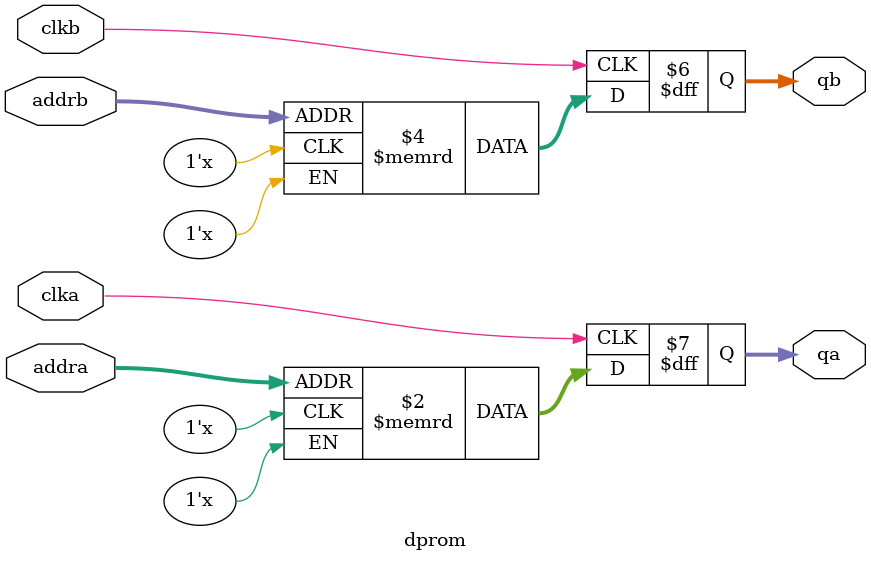
<source format=sv>
module dprom #(
  parameter DWIDTH    = 128,
  parameter AWIDTH    = 2  ,
  parameter REGOUT    = "Y",
  parameter INIT_FILE = ""
) (
  input                     clka ,
  input        [AWIDTH-1:0] addra,
  output logic [DWIDTH-1:0] qa   ,
  //!
  input                     clkb ,
  input        [AWIDTH-1:0] addrb,
  output logic [DWIDTH-1:0] qb
);

localparam DEPTH = 1 << AWIDTH;

logic [DWIDTH-1:0] mem [DEPTH] /* synthesis syn_ramstyle="block_ram" */;

initial if (INIT_FILE != "") $readmemh(INIT_FILE, mem);

generate if (REGOUT == "Y") begin
  always_ff @ (posedge clka) qa <= mem[addra];
  always_ff @ (posedge clkb) qb <= mem[addrb];  
end
else begin
  assign qa = mem[addra];
  assign qb = mem[addrb];  
end
endgenerate

endmodule
</source>
